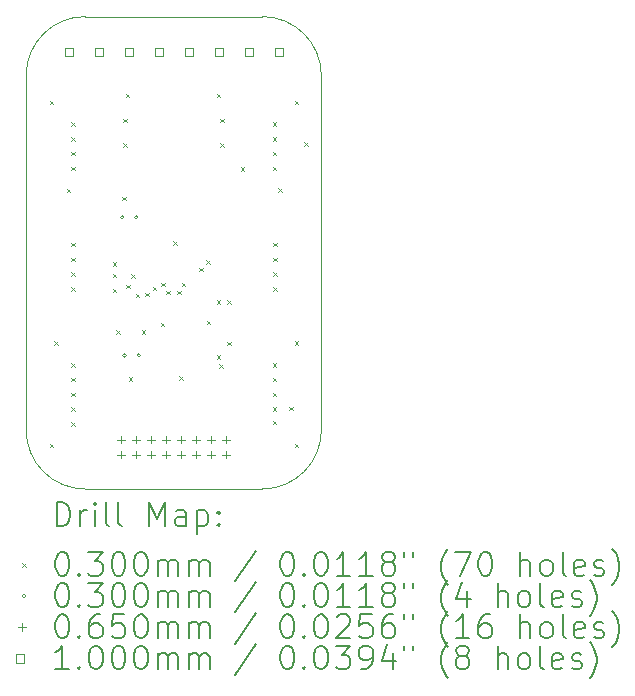
<source format=gbr>
%TF.GenerationSoftware,KiCad,Pcbnew,8.0.1*%
%TF.CreationDate,2024-09-18T22:43:36-06:00*%
%TF.ProjectId,semg,73656d67-2e6b-4696-9361-645f70636258,rev?*%
%TF.SameCoordinates,Original*%
%TF.FileFunction,Drillmap*%
%TF.FilePolarity,Positive*%
%FSLAX45Y45*%
G04 Gerber Fmt 4.5, Leading zero omitted, Abs format (unit mm)*
G04 Created by KiCad (PCBNEW 8.0.1) date 2024-09-18 22:43:36*
%MOMM*%
%LPD*%
G01*
G04 APERTURE LIST*
%ADD10C,0.050000*%
%ADD11C,0.200000*%
%ADD12C,0.100000*%
G04 APERTURE END LIST*
D10*
X5386447Y-1906447D02*
G75*
G02*
X5886447Y-1406447I500003J-3D01*
G01*
X7386447Y-1406447D02*
G75*
G02*
X7886453Y-1906447I3J-500003D01*
G01*
X7386447Y-1406447D02*
X5886447Y-1406447D01*
X5886447Y-5406447D02*
G75*
G02*
X5386453Y-4906447I3J499997D01*
G01*
X7886447Y-4906447D02*
X7886447Y-1906447D01*
X7886447Y-4906447D02*
G75*
G02*
X7386447Y-5406447I-499997J-3D01*
G01*
X5886447Y-5406447D02*
X7386447Y-5406447D01*
X5386447Y-1906447D02*
X5386447Y-4906447D01*
D11*
D12*
X5585000Y-2117500D02*
X5615000Y-2147500D01*
X5615000Y-2117500D02*
X5585000Y-2147500D01*
X5585000Y-5025000D02*
X5615000Y-5055000D01*
X5615000Y-5025000D02*
X5585000Y-5055000D01*
X5624288Y-4155000D02*
X5654288Y-4185000D01*
X5654288Y-4155000D02*
X5624288Y-4185000D01*
X5730000Y-2862500D02*
X5760000Y-2892500D01*
X5760000Y-2862500D02*
X5730000Y-2892500D01*
X5770000Y-2302500D02*
X5800000Y-2332500D01*
X5800000Y-2302500D02*
X5770000Y-2332500D01*
X5770000Y-2427500D02*
X5800000Y-2457500D01*
X5800000Y-2427500D02*
X5770000Y-2457500D01*
X5770000Y-2552500D02*
X5800000Y-2582500D01*
X5800000Y-2552500D02*
X5770000Y-2582500D01*
X5770000Y-2677500D02*
X5800000Y-2707500D01*
X5800000Y-2677500D02*
X5770000Y-2707500D01*
X5770000Y-3322500D02*
X5800000Y-3352500D01*
X5800000Y-3322500D02*
X5770000Y-3352500D01*
X5770000Y-3447500D02*
X5800000Y-3477500D01*
X5800000Y-3447500D02*
X5770000Y-3477500D01*
X5770000Y-3572500D02*
X5800000Y-3602500D01*
X5800000Y-3572500D02*
X5770000Y-3602500D01*
X5770000Y-3697500D02*
X5800000Y-3727500D01*
X5800000Y-3697500D02*
X5770000Y-3727500D01*
X5770000Y-4340000D02*
X5800000Y-4370000D01*
X5800000Y-4340000D02*
X5770000Y-4370000D01*
X5770000Y-4465000D02*
X5800000Y-4495000D01*
X5800000Y-4465000D02*
X5770000Y-4495000D01*
X5770000Y-4590000D02*
X5800000Y-4620000D01*
X5800000Y-4590000D02*
X5770000Y-4620000D01*
X5770000Y-4715000D02*
X5800000Y-4745000D01*
X5800000Y-4715000D02*
X5770000Y-4745000D01*
X5770000Y-4840000D02*
X5800000Y-4870000D01*
X5800000Y-4840000D02*
X5770000Y-4870000D01*
X6120000Y-3487500D02*
X6150000Y-3517500D01*
X6150000Y-3487500D02*
X6120000Y-3517500D01*
X6120000Y-3582500D02*
X6150000Y-3612500D01*
X6150000Y-3582500D02*
X6120000Y-3612500D01*
X6120000Y-3710000D02*
X6150000Y-3740000D01*
X6150000Y-3710000D02*
X6120000Y-3740000D01*
X6150000Y-4060000D02*
X6180000Y-4090000D01*
X6180000Y-4060000D02*
X6150000Y-4090000D01*
X6200000Y-2932500D02*
X6230000Y-2962500D01*
X6230000Y-2932500D02*
X6200000Y-2962500D01*
X6210000Y-2270000D02*
X6240000Y-2300000D01*
X6240000Y-2270000D02*
X6210000Y-2300000D01*
X6210000Y-2480000D02*
X6240000Y-2510000D01*
X6240000Y-2480000D02*
X6210000Y-2510000D01*
X6230000Y-2060000D02*
X6260000Y-2090000D01*
X6260000Y-2060000D02*
X6230000Y-2090000D01*
X6234230Y-3676232D02*
X6264230Y-3706232D01*
X6264230Y-3676232D02*
X6234230Y-3706232D01*
X6255000Y-4460000D02*
X6285000Y-4490000D01*
X6285000Y-4460000D02*
X6255000Y-4490000D01*
X6275000Y-3590000D02*
X6305000Y-3620000D01*
X6305000Y-3590000D02*
X6275000Y-3620000D01*
X6315203Y-3755000D02*
X6345203Y-3785000D01*
X6345203Y-3755000D02*
X6315203Y-3785000D01*
X6365000Y-4060000D02*
X6395000Y-4090000D01*
X6395000Y-4060000D02*
X6365000Y-4090000D01*
X6395000Y-3745000D02*
X6425000Y-3775000D01*
X6425000Y-3745000D02*
X6395000Y-3775000D01*
X6458926Y-3695722D02*
X6488926Y-3725722D01*
X6488926Y-3695722D02*
X6458926Y-3725722D01*
X6525000Y-3998000D02*
X6555000Y-4028000D01*
X6555000Y-3998000D02*
X6525000Y-4028000D01*
X6530000Y-3659000D02*
X6560000Y-3689000D01*
X6560000Y-3659000D02*
X6530000Y-3689000D01*
X6573869Y-3725900D02*
X6603869Y-3755900D01*
X6603869Y-3725900D02*
X6573869Y-3755900D01*
X6630000Y-3310000D02*
X6660000Y-3340000D01*
X6660000Y-3310000D02*
X6630000Y-3340000D01*
X6663908Y-3727640D02*
X6693908Y-3757640D01*
X6693908Y-3727640D02*
X6663908Y-3757640D01*
X6685000Y-4450000D02*
X6715000Y-4480000D01*
X6715000Y-4450000D02*
X6685000Y-4480000D01*
X6705000Y-3659000D02*
X6735000Y-3689000D01*
X6735000Y-3659000D02*
X6705000Y-3689000D01*
X6850000Y-3531458D02*
X6880000Y-3561458D01*
X6880000Y-3531458D02*
X6850000Y-3561458D01*
X6910000Y-3470000D02*
X6940000Y-3500000D01*
X6940000Y-3470000D02*
X6910000Y-3500000D01*
X6915000Y-3982500D02*
X6945000Y-4012500D01*
X6945000Y-3982500D02*
X6915000Y-4012500D01*
X7000000Y-2060000D02*
X7030000Y-2090000D01*
X7030000Y-2060000D02*
X7000000Y-2090000D01*
X7000000Y-3810000D02*
X7030000Y-3840000D01*
X7030000Y-3810000D02*
X7000000Y-3840000D01*
X7002348Y-4273079D02*
X7032348Y-4303079D01*
X7032348Y-4273079D02*
X7002348Y-4303079D01*
X7019719Y-4351171D02*
X7049719Y-4381171D01*
X7049719Y-4351171D02*
X7019719Y-4381171D01*
X7030000Y-2270000D02*
X7060000Y-2300000D01*
X7060000Y-2270000D02*
X7030000Y-2300000D01*
X7030000Y-2480000D02*
X7060000Y-2510000D01*
X7060000Y-2480000D02*
X7030000Y-2510000D01*
X7090000Y-3810000D02*
X7120000Y-3840000D01*
X7120000Y-3810000D02*
X7090000Y-3840000D01*
X7090000Y-4160000D02*
X7120000Y-4190000D01*
X7120000Y-4160000D02*
X7090000Y-4190000D01*
X7205000Y-2681000D02*
X7235000Y-2711000D01*
X7235000Y-2681000D02*
X7205000Y-2711000D01*
X7475000Y-2302500D02*
X7505000Y-2332500D01*
X7505000Y-2302500D02*
X7475000Y-2332500D01*
X7475000Y-2427500D02*
X7505000Y-2457500D01*
X7505000Y-2427500D02*
X7475000Y-2457500D01*
X7475000Y-2552500D02*
X7505000Y-2582500D01*
X7505000Y-2552500D02*
X7475000Y-2582500D01*
X7475000Y-2677500D02*
X7505000Y-2707500D01*
X7505000Y-2677500D02*
X7475000Y-2707500D01*
X7475000Y-4340000D02*
X7505000Y-4370000D01*
X7505000Y-4340000D02*
X7475000Y-4370000D01*
X7475000Y-4465000D02*
X7505000Y-4495000D01*
X7505000Y-4465000D02*
X7475000Y-4495000D01*
X7475000Y-4590000D02*
X7505000Y-4620000D01*
X7505000Y-4590000D02*
X7475000Y-4620000D01*
X7475000Y-4715000D02*
X7505000Y-4745000D01*
X7505000Y-4715000D02*
X7475000Y-4745000D01*
X7475000Y-4830000D02*
X7505000Y-4860000D01*
X7505000Y-4830000D02*
X7475000Y-4860000D01*
X7480000Y-3322500D02*
X7510000Y-3352500D01*
X7510000Y-3322500D02*
X7480000Y-3352500D01*
X7480000Y-3447500D02*
X7510000Y-3477500D01*
X7510000Y-3447500D02*
X7480000Y-3477500D01*
X7480000Y-3572500D02*
X7510000Y-3602500D01*
X7510000Y-3572500D02*
X7480000Y-3602500D01*
X7480000Y-3697500D02*
X7510000Y-3727500D01*
X7510000Y-3697500D02*
X7480000Y-3727500D01*
X7520000Y-2860000D02*
X7550000Y-2890000D01*
X7550000Y-2860000D02*
X7520000Y-2890000D01*
X7615000Y-4710000D02*
X7645000Y-4740000D01*
X7645000Y-4710000D02*
X7615000Y-4740000D01*
X7660000Y-2117500D02*
X7690000Y-2147500D01*
X7690000Y-2117500D02*
X7660000Y-2147500D01*
X7660000Y-4155000D02*
X7690000Y-4185000D01*
X7690000Y-4155000D02*
X7660000Y-4185000D01*
X7660000Y-5025000D02*
X7690000Y-5055000D01*
X7690000Y-5025000D02*
X7660000Y-5055000D01*
X7740000Y-2470000D02*
X7770000Y-2500000D01*
X7770000Y-2470000D02*
X7740000Y-2500000D01*
X6215000Y-3105000D02*
G75*
G02*
X6185000Y-3105000I-15000J0D01*
G01*
X6185000Y-3105000D02*
G75*
G02*
X6215000Y-3105000I15000J0D01*
G01*
X6235000Y-4275000D02*
G75*
G02*
X6205000Y-4275000I-15000J0D01*
G01*
X6205000Y-4275000D02*
G75*
G02*
X6235000Y-4275000I15000J0D01*
G01*
X6335000Y-3105000D02*
G75*
G02*
X6305000Y-3105000I-15000J0D01*
G01*
X6305000Y-3105000D02*
G75*
G02*
X6335000Y-3105000I15000J0D01*
G01*
X6355000Y-4275000D02*
G75*
G02*
X6325000Y-4275000I-15000J0D01*
G01*
X6325000Y-4275000D02*
G75*
G02*
X6355000Y-4275000I15000J0D01*
G01*
X6192000Y-4955000D02*
X6192000Y-5020000D01*
X6159500Y-4987500D02*
X6224500Y-4987500D01*
X6192000Y-5082000D02*
X6192000Y-5147000D01*
X6159500Y-5114500D02*
X6224500Y-5114500D01*
X6319000Y-4955000D02*
X6319000Y-5020000D01*
X6286500Y-4987500D02*
X6351500Y-4987500D01*
X6319000Y-5082000D02*
X6319000Y-5147000D01*
X6286500Y-5114500D02*
X6351500Y-5114500D01*
X6446000Y-4955000D02*
X6446000Y-5020000D01*
X6413500Y-4987500D02*
X6478500Y-4987500D01*
X6446000Y-5082000D02*
X6446000Y-5147000D01*
X6413500Y-5114500D02*
X6478500Y-5114500D01*
X6573000Y-4955000D02*
X6573000Y-5020000D01*
X6540500Y-4987500D02*
X6605500Y-4987500D01*
X6573000Y-5082000D02*
X6573000Y-5147000D01*
X6540500Y-5114500D02*
X6605500Y-5114500D01*
X6700000Y-4955000D02*
X6700000Y-5020000D01*
X6667500Y-4987500D02*
X6732500Y-4987500D01*
X6700000Y-5082000D02*
X6700000Y-5147000D01*
X6667500Y-5114500D02*
X6732500Y-5114500D01*
X6827000Y-4955000D02*
X6827000Y-5020000D01*
X6794500Y-4987500D02*
X6859500Y-4987500D01*
X6827000Y-5082000D02*
X6827000Y-5147000D01*
X6794500Y-5114500D02*
X6859500Y-5114500D01*
X6954000Y-4955000D02*
X6954000Y-5020000D01*
X6921500Y-4987500D02*
X6986500Y-4987500D01*
X6954000Y-5082000D02*
X6954000Y-5147000D01*
X6921500Y-5114500D02*
X6986500Y-5114500D01*
X7081000Y-4955000D02*
X7081000Y-5020000D01*
X7048500Y-4987500D02*
X7113500Y-4987500D01*
X7081000Y-5082000D02*
X7081000Y-5147000D01*
X7048500Y-5114500D02*
X7113500Y-5114500D01*
X5782356Y-1740356D02*
X5782356Y-1669644D01*
X5711644Y-1669644D01*
X5711644Y-1740356D01*
X5782356Y-1740356D01*
X6036356Y-1740356D02*
X6036356Y-1669644D01*
X5965644Y-1669644D01*
X5965644Y-1740356D01*
X6036356Y-1740356D01*
X6290356Y-1740356D02*
X6290356Y-1669644D01*
X6219644Y-1669644D01*
X6219644Y-1740356D01*
X6290356Y-1740356D01*
X6544356Y-1740356D02*
X6544356Y-1669644D01*
X6473644Y-1669644D01*
X6473644Y-1740356D01*
X6544356Y-1740356D01*
X6798356Y-1740356D02*
X6798356Y-1669644D01*
X6727644Y-1669644D01*
X6727644Y-1740356D01*
X6798356Y-1740356D01*
X7052356Y-1740356D02*
X7052356Y-1669644D01*
X6981644Y-1669644D01*
X6981644Y-1740356D01*
X7052356Y-1740356D01*
X7306356Y-1740356D02*
X7306356Y-1669644D01*
X7235644Y-1669644D01*
X7235644Y-1740356D01*
X7306356Y-1740356D01*
X7560356Y-1740356D02*
X7560356Y-1669644D01*
X7489644Y-1669644D01*
X7489644Y-1740356D01*
X7560356Y-1740356D01*
D11*
X5644723Y-5720430D02*
X5644723Y-5520430D01*
X5644723Y-5520430D02*
X5692342Y-5520430D01*
X5692342Y-5520430D02*
X5720914Y-5529954D01*
X5720914Y-5529954D02*
X5739961Y-5549002D01*
X5739961Y-5549002D02*
X5749485Y-5568049D01*
X5749485Y-5568049D02*
X5759009Y-5606145D01*
X5759009Y-5606145D02*
X5759009Y-5634716D01*
X5759009Y-5634716D02*
X5749485Y-5672811D01*
X5749485Y-5672811D02*
X5739961Y-5691859D01*
X5739961Y-5691859D02*
X5720914Y-5710907D01*
X5720914Y-5710907D02*
X5692342Y-5720430D01*
X5692342Y-5720430D02*
X5644723Y-5720430D01*
X5844723Y-5720430D02*
X5844723Y-5587097D01*
X5844723Y-5625192D02*
X5854247Y-5606145D01*
X5854247Y-5606145D02*
X5863771Y-5596621D01*
X5863771Y-5596621D02*
X5882819Y-5587097D01*
X5882819Y-5587097D02*
X5901866Y-5587097D01*
X5968533Y-5720430D02*
X5968533Y-5587097D01*
X5968533Y-5520430D02*
X5959009Y-5529954D01*
X5959009Y-5529954D02*
X5968533Y-5539478D01*
X5968533Y-5539478D02*
X5978057Y-5529954D01*
X5978057Y-5529954D02*
X5968533Y-5520430D01*
X5968533Y-5520430D02*
X5968533Y-5539478D01*
X6092342Y-5720430D02*
X6073295Y-5710907D01*
X6073295Y-5710907D02*
X6063771Y-5691859D01*
X6063771Y-5691859D02*
X6063771Y-5520430D01*
X6197104Y-5720430D02*
X6178057Y-5710907D01*
X6178057Y-5710907D02*
X6168533Y-5691859D01*
X6168533Y-5691859D02*
X6168533Y-5520430D01*
X6425676Y-5720430D02*
X6425676Y-5520430D01*
X6425676Y-5520430D02*
X6492342Y-5663287D01*
X6492342Y-5663287D02*
X6559009Y-5520430D01*
X6559009Y-5520430D02*
X6559009Y-5720430D01*
X6739961Y-5720430D02*
X6739961Y-5615668D01*
X6739961Y-5615668D02*
X6730438Y-5596621D01*
X6730438Y-5596621D02*
X6711390Y-5587097D01*
X6711390Y-5587097D02*
X6673295Y-5587097D01*
X6673295Y-5587097D02*
X6654247Y-5596621D01*
X6739961Y-5710907D02*
X6720914Y-5720430D01*
X6720914Y-5720430D02*
X6673295Y-5720430D01*
X6673295Y-5720430D02*
X6654247Y-5710907D01*
X6654247Y-5710907D02*
X6644723Y-5691859D01*
X6644723Y-5691859D02*
X6644723Y-5672811D01*
X6644723Y-5672811D02*
X6654247Y-5653764D01*
X6654247Y-5653764D02*
X6673295Y-5644240D01*
X6673295Y-5644240D02*
X6720914Y-5644240D01*
X6720914Y-5644240D02*
X6739961Y-5634716D01*
X6835200Y-5587097D02*
X6835200Y-5787097D01*
X6835200Y-5596621D02*
X6854247Y-5587097D01*
X6854247Y-5587097D02*
X6892342Y-5587097D01*
X6892342Y-5587097D02*
X6911390Y-5596621D01*
X6911390Y-5596621D02*
X6920914Y-5606145D01*
X6920914Y-5606145D02*
X6930438Y-5625192D01*
X6930438Y-5625192D02*
X6930438Y-5682335D01*
X6930438Y-5682335D02*
X6920914Y-5701383D01*
X6920914Y-5701383D02*
X6911390Y-5710907D01*
X6911390Y-5710907D02*
X6892342Y-5720430D01*
X6892342Y-5720430D02*
X6854247Y-5720430D01*
X6854247Y-5720430D02*
X6835200Y-5710907D01*
X7016152Y-5701383D02*
X7025676Y-5710907D01*
X7025676Y-5710907D02*
X7016152Y-5720430D01*
X7016152Y-5720430D02*
X7006628Y-5710907D01*
X7006628Y-5710907D02*
X7016152Y-5701383D01*
X7016152Y-5701383D02*
X7016152Y-5720430D01*
X7016152Y-5596621D02*
X7025676Y-5606145D01*
X7025676Y-5606145D02*
X7016152Y-5615668D01*
X7016152Y-5615668D02*
X7006628Y-5606145D01*
X7006628Y-5606145D02*
X7016152Y-5596621D01*
X7016152Y-5596621D02*
X7016152Y-5615668D01*
D12*
X5353947Y-6033947D02*
X5383947Y-6063947D01*
X5383947Y-6033947D02*
X5353947Y-6063947D01*
D11*
X5682819Y-5940430D02*
X5701866Y-5940430D01*
X5701866Y-5940430D02*
X5720914Y-5949954D01*
X5720914Y-5949954D02*
X5730438Y-5959478D01*
X5730438Y-5959478D02*
X5739961Y-5978526D01*
X5739961Y-5978526D02*
X5749485Y-6016621D01*
X5749485Y-6016621D02*
X5749485Y-6064240D01*
X5749485Y-6064240D02*
X5739961Y-6102335D01*
X5739961Y-6102335D02*
X5730438Y-6121383D01*
X5730438Y-6121383D02*
X5720914Y-6130907D01*
X5720914Y-6130907D02*
X5701866Y-6140430D01*
X5701866Y-6140430D02*
X5682819Y-6140430D01*
X5682819Y-6140430D02*
X5663771Y-6130907D01*
X5663771Y-6130907D02*
X5654247Y-6121383D01*
X5654247Y-6121383D02*
X5644723Y-6102335D01*
X5644723Y-6102335D02*
X5635200Y-6064240D01*
X5635200Y-6064240D02*
X5635200Y-6016621D01*
X5635200Y-6016621D02*
X5644723Y-5978526D01*
X5644723Y-5978526D02*
X5654247Y-5959478D01*
X5654247Y-5959478D02*
X5663771Y-5949954D01*
X5663771Y-5949954D02*
X5682819Y-5940430D01*
X5835200Y-6121383D02*
X5844723Y-6130907D01*
X5844723Y-6130907D02*
X5835200Y-6140430D01*
X5835200Y-6140430D02*
X5825676Y-6130907D01*
X5825676Y-6130907D02*
X5835200Y-6121383D01*
X5835200Y-6121383D02*
X5835200Y-6140430D01*
X5911390Y-5940430D02*
X6035200Y-5940430D01*
X6035200Y-5940430D02*
X5968533Y-6016621D01*
X5968533Y-6016621D02*
X5997104Y-6016621D01*
X5997104Y-6016621D02*
X6016152Y-6026145D01*
X6016152Y-6026145D02*
X6025676Y-6035668D01*
X6025676Y-6035668D02*
X6035200Y-6054716D01*
X6035200Y-6054716D02*
X6035200Y-6102335D01*
X6035200Y-6102335D02*
X6025676Y-6121383D01*
X6025676Y-6121383D02*
X6016152Y-6130907D01*
X6016152Y-6130907D02*
X5997104Y-6140430D01*
X5997104Y-6140430D02*
X5939961Y-6140430D01*
X5939961Y-6140430D02*
X5920914Y-6130907D01*
X5920914Y-6130907D02*
X5911390Y-6121383D01*
X6159009Y-5940430D02*
X6178057Y-5940430D01*
X6178057Y-5940430D02*
X6197104Y-5949954D01*
X6197104Y-5949954D02*
X6206628Y-5959478D01*
X6206628Y-5959478D02*
X6216152Y-5978526D01*
X6216152Y-5978526D02*
X6225676Y-6016621D01*
X6225676Y-6016621D02*
X6225676Y-6064240D01*
X6225676Y-6064240D02*
X6216152Y-6102335D01*
X6216152Y-6102335D02*
X6206628Y-6121383D01*
X6206628Y-6121383D02*
X6197104Y-6130907D01*
X6197104Y-6130907D02*
X6178057Y-6140430D01*
X6178057Y-6140430D02*
X6159009Y-6140430D01*
X6159009Y-6140430D02*
X6139961Y-6130907D01*
X6139961Y-6130907D02*
X6130438Y-6121383D01*
X6130438Y-6121383D02*
X6120914Y-6102335D01*
X6120914Y-6102335D02*
X6111390Y-6064240D01*
X6111390Y-6064240D02*
X6111390Y-6016621D01*
X6111390Y-6016621D02*
X6120914Y-5978526D01*
X6120914Y-5978526D02*
X6130438Y-5959478D01*
X6130438Y-5959478D02*
X6139961Y-5949954D01*
X6139961Y-5949954D02*
X6159009Y-5940430D01*
X6349485Y-5940430D02*
X6368533Y-5940430D01*
X6368533Y-5940430D02*
X6387581Y-5949954D01*
X6387581Y-5949954D02*
X6397104Y-5959478D01*
X6397104Y-5959478D02*
X6406628Y-5978526D01*
X6406628Y-5978526D02*
X6416152Y-6016621D01*
X6416152Y-6016621D02*
X6416152Y-6064240D01*
X6416152Y-6064240D02*
X6406628Y-6102335D01*
X6406628Y-6102335D02*
X6397104Y-6121383D01*
X6397104Y-6121383D02*
X6387581Y-6130907D01*
X6387581Y-6130907D02*
X6368533Y-6140430D01*
X6368533Y-6140430D02*
X6349485Y-6140430D01*
X6349485Y-6140430D02*
X6330438Y-6130907D01*
X6330438Y-6130907D02*
X6320914Y-6121383D01*
X6320914Y-6121383D02*
X6311390Y-6102335D01*
X6311390Y-6102335D02*
X6301866Y-6064240D01*
X6301866Y-6064240D02*
X6301866Y-6016621D01*
X6301866Y-6016621D02*
X6311390Y-5978526D01*
X6311390Y-5978526D02*
X6320914Y-5959478D01*
X6320914Y-5959478D02*
X6330438Y-5949954D01*
X6330438Y-5949954D02*
X6349485Y-5940430D01*
X6501866Y-6140430D02*
X6501866Y-6007097D01*
X6501866Y-6026145D02*
X6511390Y-6016621D01*
X6511390Y-6016621D02*
X6530438Y-6007097D01*
X6530438Y-6007097D02*
X6559009Y-6007097D01*
X6559009Y-6007097D02*
X6578057Y-6016621D01*
X6578057Y-6016621D02*
X6587581Y-6035668D01*
X6587581Y-6035668D02*
X6587581Y-6140430D01*
X6587581Y-6035668D02*
X6597104Y-6016621D01*
X6597104Y-6016621D02*
X6616152Y-6007097D01*
X6616152Y-6007097D02*
X6644723Y-6007097D01*
X6644723Y-6007097D02*
X6663771Y-6016621D01*
X6663771Y-6016621D02*
X6673295Y-6035668D01*
X6673295Y-6035668D02*
X6673295Y-6140430D01*
X6768533Y-6140430D02*
X6768533Y-6007097D01*
X6768533Y-6026145D02*
X6778057Y-6016621D01*
X6778057Y-6016621D02*
X6797104Y-6007097D01*
X6797104Y-6007097D02*
X6825676Y-6007097D01*
X6825676Y-6007097D02*
X6844723Y-6016621D01*
X6844723Y-6016621D02*
X6854247Y-6035668D01*
X6854247Y-6035668D02*
X6854247Y-6140430D01*
X6854247Y-6035668D02*
X6863771Y-6016621D01*
X6863771Y-6016621D02*
X6882819Y-6007097D01*
X6882819Y-6007097D02*
X6911390Y-6007097D01*
X6911390Y-6007097D02*
X6930438Y-6016621D01*
X6930438Y-6016621D02*
X6939962Y-6035668D01*
X6939962Y-6035668D02*
X6939962Y-6140430D01*
X7330438Y-5930907D02*
X7159009Y-6188049D01*
X7587581Y-5940430D02*
X7606628Y-5940430D01*
X7606628Y-5940430D02*
X7625676Y-5949954D01*
X7625676Y-5949954D02*
X7635200Y-5959478D01*
X7635200Y-5959478D02*
X7644724Y-5978526D01*
X7644724Y-5978526D02*
X7654247Y-6016621D01*
X7654247Y-6016621D02*
X7654247Y-6064240D01*
X7654247Y-6064240D02*
X7644724Y-6102335D01*
X7644724Y-6102335D02*
X7635200Y-6121383D01*
X7635200Y-6121383D02*
X7625676Y-6130907D01*
X7625676Y-6130907D02*
X7606628Y-6140430D01*
X7606628Y-6140430D02*
X7587581Y-6140430D01*
X7587581Y-6140430D02*
X7568533Y-6130907D01*
X7568533Y-6130907D02*
X7559009Y-6121383D01*
X7559009Y-6121383D02*
X7549485Y-6102335D01*
X7549485Y-6102335D02*
X7539962Y-6064240D01*
X7539962Y-6064240D02*
X7539962Y-6016621D01*
X7539962Y-6016621D02*
X7549485Y-5978526D01*
X7549485Y-5978526D02*
X7559009Y-5959478D01*
X7559009Y-5959478D02*
X7568533Y-5949954D01*
X7568533Y-5949954D02*
X7587581Y-5940430D01*
X7739962Y-6121383D02*
X7749485Y-6130907D01*
X7749485Y-6130907D02*
X7739962Y-6140430D01*
X7739962Y-6140430D02*
X7730438Y-6130907D01*
X7730438Y-6130907D02*
X7739962Y-6121383D01*
X7739962Y-6121383D02*
X7739962Y-6140430D01*
X7873295Y-5940430D02*
X7892343Y-5940430D01*
X7892343Y-5940430D02*
X7911390Y-5949954D01*
X7911390Y-5949954D02*
X7920914Y-5959478D01*
X7920914Y-5959478D02*
X7930438Y-5978526D01*
X7930438Y-5978526D02*
X7939962Y-6016621D01*
X7939962Y-6016621D02*
X7939962Y-6064240D01*
X7939962Y-6064240D02*
X7930438Y-6102335D01*
X7930438Y-6102335D02*
X7920914Y-6121383D01*
X7920914Y-6121383D02*
X7911390Y-6130907D01*
X7911390Y-6130907D02*
X7892343Y-6140430D01*
X7892343Y-6140430D02*
X7873295Y-6140430D01*
X7873295Y-6140430D02*
X7854247Y-6130907D01*
X7854247Y-6130907D02*
X7844724Y-6121383D01*
X7844724Y-6121383D02*
X7835200Y-6102335D01*
X7835200Y-6102335D02*
X7825676Y-6064240D01*
X7825676Y-6064240D02*
X7825676Y-6016621D01*
X7825676Y-6016621D02*
X7835200Y-5978526D01*
X7835200Y-5978526D02*
X7844724Y-5959478D01*
X7844724Y-5959478D02*
X7854247Y-5949954D01*
X7854247Y-5949954D02*
X7873295Y-5940430D01*
X8130438Y-6140430D02*
X8016152Y-6140430D01*
X8073295Y-6140430D02*
X8073295Y-5940430D01*
X8073295Y-5940430D02*
X8054247Y-5969002D01*
X8054247Y-5969002D02*
X8035200Y-5988049D01*
X8035200Y-5988049D02*
X8016152Y-5997573D01*
X8320914Y-6140430D02*
X8206628Y-6140430D01*
X8263771Y-6140430D02*
X8263771Y-5940430D01*
X8263771Y-5940430D02*
X8244724Y-5969002D01*
X8244724Y-5969002D02*
X8225676Y-5988049D01*
X8225676Y-5988049D02*
X8206628Y-5997573D01*
X8435200Y-6026145D02*
X8416152Y-6016621D01*
X8416152Y-6016621D02*
X8406628Y-6007097D01*
X8406628Y-6007097D02*
X8397105Y-5988049D01*
X8397105Y-5988049D02*
X8397105Y-5978526D01*
X8397105Y-5978526D02*
X8406628Y-5959478D01*
X8406628Y-5959478D02*
X8416152Y-5949954D01*
X8416152Y-5949954D02*
X8435200Y-5940430D01*
X8435200Y-5940430D02*
X8473295Y-5940430D01*
X8473295Y-5940430D02*
X8492343Y-5949954D01*
X8492343Y-5949954D02*
X8501867Y-5959478D01*
X8501867Y-5959478D02*
X8511390Y-5978526D01*
X8511390Y-5978526D02*
X8511390Y-5988049D01*
X8511390Y-5988049D02*
X8501867Y-6007097D01*
X8501867Y-6007097D02*
X8492343Y-6016621D01*
X8492343Y-6016621D02*
X8473295Y-6026145D01*
X8473295Y-6026145D02*
X8435200Y-6026145D01*
X8435200Y-6026145D02*
X8416152Y-6035668D01*
X8416152Y-6035668D02*
X8406628Y-6045192D01*
X8406628Y-6045192D02*
X8397105Y-6064240D01*
X8397105Y-6064240D02*
X8397105Y-6102335D01*
X8397105Y-6102335D02*
X8406628Y-6121383D01*
X8406628Y-6121383D02*
X8416152Y-6130907D01*
X8416152Y-6130907D02*
X8435200Y-6140430D01*
X8435200Y-6140430D02*
X8473295Y-6140430D01*
X8473295Y-6140430D02*
X8492343Y-6130907D01*
X8492343Y-6130907D02*
X8501867Y-6121383D01*
X8501867Y-6121383D02*
X8511390Y-6102335D01*
X8511390Y-6102335D02*
X8511390Y-6064240D01*
X8511390Y-6064240D02*
X8501867Y-6045192D01*
X8501867Y-6045192D02*
X8492343Y-6035668D01*
X8492343Y-6035668D02*
X8473295Y-6026145D01*
X8587581Y-5940430D02*
X8587581Y-5978526D01*
X8663771Y-5940430D02*
X8663771Y-5978526D01*
X8959010Y-6216621D02*
X8949486Y-6207097D01*
X8949486Y-6207097D02*
X8930438Y-6178526D01*
X8930438Y-6178526D02*
X8920914Y-6159478D01*
X8920914Y-6159478D02*
X8911390Y-6130907D01*
X8911390Y-6130907D02*
X8901867Y-6083287D01*
X8901867Y-6083287D02*
X8901867Y-6045192D01*
X8901867Y-6045192D02*
X8911390Y-5997573D01*
X8911390Y-5997573D02*
X8920914Y-5969002D01*
X8920914Y-5969002D02*
X8930438Y-5949954D01*
X8930438Y-5949954D02*
X8949486Y-5921383D01*
X8949486Y-5921383D02*
X8959010Y-5911859D01*
X9016152Y-5940430D02*
X9149486Y-5940430D01*
X9149486Y-5940430D02*
X9063771Y-6140430D01*
X9263771Y-5940430D02*
X9282819Y-5940430D01*
X9282819Y-5940430D02*
X9301867Y-5949954D01*
X9301867Y-5949954D02*
X9311390Y-5959478D01*
X9311390Y-5959478D02*
X9320914Y-5978526D01*
X9320914Y-5978526D02*
X9330438Y-6016621D01*
X9330438Y-6016621D02*
X9330438Y-6064240D01*
X9330438Y-6064240D02*
X9320914Y-6102335D01*
X9320914Y-6102335D02*
X9311390Y-6121383D01*
X9311390Y-6121383D02*
X9301867Y-6130907D01*
X9301867Y-6130907D02*
X9282819Y-6140430D01*
X9282819Y-6140430D02*
X9263771Y-6140430D01*
X9263771Y-6140430D02*
X9244724Y-6130907D01*
X9244724Y-6130907D02*
X9235200Y-6121383D01*
X9235200Y-6121383D02*
X9225676Y-6102335D01*
X9225676Y-6102335D02*
X9216152Y-6064240D01*
X9216152Y-6064240D02*
X9216152Y-6016621D01*
X9216152Y-6016621D02*
X9225676Y-5978526D01*
X9225676Y-5978526D02*
X9235200Y-5959478D01*
X9235200Y-5959478D02*
X9244724Y-5949954D01*
X9244724Y-5949954D02*
X9263771Y-5940430D01*
X9568533Y-6140430D02*
X9568533Y-5940430D01*
X9654248Y-6140430D02*
X9654248Y-6035668D01*
X9654248Y-6035668D02*
X9644724Y-6016621D01*
X9644724Y-6016621D02*
X9625676Y-6007097D01*
X9625676Y-6007097D02*
X9597105Y-6007097D01*
X9597105Y-6007097D02*
X9578057Y-6016621D01*
X9578057Y-6016621D02*
X9568533Y-6026145D01*
X9778057Y-6140430D02*
X9759010Y-6130907D01*
X9759010Y-6130907D02*
X9749486Y-6121383D01*
X9749486Y-6121383D02*
X9739962Y-6102335D01*
X9739962Y-6102335D02*
X9739962Y-6045192D01*
X9739962Y-6045192D02*
X9749486Y-6026145D01*
X9749486Y-6026145D02*
X9759010Y-6016621D01*
X9759010Y-6016621D02*
X9778057Y-6007097D01*
X9778057Y-6007097D02*
X9806629Y-6007097D01*
X9806629Y-6007097D02*
X9825676Y-6016621D01*
X9825676Y-6016621D02*
X9835200Y-6026145D01*
X9835200Y-6026145D02*
X9844724Y-6045192D01*
X9844724Y-6045192D02*
X9844724Y-6102335D01*
X9844724Y-6102335D02*
X9835200Y-6121383D01*
X9835200Y-6121383D02*
X9825676Y-6130907D01*
X9825676Y-6130907D02*
X9806629Y-6140430D01*
X9806629Y-6140430D02*
X9778057Y-6140430D01*
X9959010Y-6140430D02*
X9939962Y-6130907D01*
X9939962Y-6130907D02*
X9930438Y-6111859D01*
X9930438Y-6111859D02*
X9930438Y-5940430D01*
X10111391Y-6130907D02*
X10092343Y-6140430D01*
X10092343Y-6140430D02*
X10054248Y-6140430D01*
X10054248Y-6140430D02*
X10035200Y-6130907D01*
X10035200Y-6130907D02*
X10025676Y-6111859D01*
X10025676Y-6111859D02*
X10025676Y-6035668D01*
X10025676Y-6035668D02*
X10035200Y-6016621D01*
X10035200Y-6016621D02*
X10054248Y-6007097D01*
X10054248Y-6007097D02*
X10092343Y-6007097D01*
X10092343Y-6007097D02*
X10111391Y-6016621D01*
X10111391Y-6016621D02*
X10120914Y-6035668D01*
X10120914Y-6035668D02*
X10120914Y-6054716D01*
X10120914Y-6054716D02*
X10025676Y-6073764D01*
X10197105Y-6130907D02*
X10216152Y-6140430D01*
X10216152Y-6140430D02*
X10254248Y-6140430D01*
X10254248Y-6140430D02*
X10273295Y-6130907D01*
X10273295Y-6130907D02*
X10282819Y-6111859D01*
X10282819Y-6111859D02*
X10282819Y-6102335D01*
X10282819Y-6102335D02*
X10273295Y-6083287D01*
X10273295Y-6083287D02*
X10254248Y-6073764D01*
X10254248Y-6073764D02*
X10225676Y-6073764D01*
X10225676Y-6073764D02*
X10206629Y-6064240D01*
X10206629Y-6064240D02*
X10197105Y-6045192D01*
X10197105Y-6045192D02*
X10197105Y-6035668D01*
X10197105Y-6035668D02*
X10206629Y-6016621D01*
X10206629Y-6016621D02*
X10225676Y-6007097D01*
X10225676Y-6007097D02*
X10254248Y-6007097D01*
X10254248Y-6007097D02*
X10273295Y-6016621D01*
X10349486Y-6216621D02*
X10359010Y-6207097D01*
X10359010Y-6207097D02*
X10378057Y-6178526D01*
X10378057Y-6178526D02*
X10387581Y-6159478D01*
X10387581Y-6159478D02*
X10397105Y-6130907D01*
X10397105Y-6130907D02*
X10406629Y-6083287D01*
X10406629Y-6083287D02*
X10406629Y-6045192D01*
X10406629Y-6045192D02*
X10397105Y-5997573D01*
X10397105Y-5997573D02*
X10387581Y-5969002D01*
X10387581Y-5969002D02*
X10378057Y-5949954D01*
X10378057Y-5949954D02*
X10359010Y-5921383D01*
X10359010Y-5921383D02*
X10349486Y-5911859D01*
D12*
X5383947Y-6312947D02*
G75*
G02*
X5353947Y-6312947I-15000J0D01*
G01*
X5353947Y-6312947D02*
G75*
G02*
X5383947Y-6312947I15000J0D01*
G01*
D11*
X5682819Y-6204430D02*
X5701866Y-6204430D01*
X5701866Y-6204430D02*
X5720914Y-6213954D01*
X5720914Y-6213954D02*
X5730438Y-6223478D01*
X5730438Y-6223478D02*
X5739961Y-6242526D01*
X5739961Y-6242526D02*
X5749485Y-6280621D01*
X5749485Y-6280621D02*
X5749485Y-6328240D01*
X5749485Y-6328240D02*
X5739961Y-6366335D01*
X5739961Y-6366335D02*
X5730438Y-6385383D01*
X5730438Y-6385383D02*
X5720914Y-6394907D01*
X5720914Y-6394907D02*
X5701866Y-6404430D01*
X5701866Y-6404430D02*
X5682819Y-6404430D01*
X5682819Y-6404430D02*
X5663771Y-6394907D01*
X5663771Y-6394907D02*
X5654247Y-6385383D01*
X5654247Y-6385383D02*
X5644723Y-6366335D01*
X5644723Y-6366335D02*
X5635200Y-6328240D01*
X5635200Y-6328240D02*
X5635200Y-6280621D01*
X5635200Y-6280621D02*
X5644723Y-6242526D01*
X5644723Y-6242526D02*
X5654247Y-6223478D01*
X5654247Y-6223478D02*
X5663771Y-6213954D01*
X5663771Y-6213954D02*
X5682819Y-6204430D01*
X5835200Y-6385383D02*
X5844723Y-6394907D01*
X5844723Y-6394907D02*
X5835200Y-6404430D01*
X5835200Y-6404430D02*
X5825676Y-6394907D01*
X5825676Y-6394907D02*
X5835200Y-6385383D01*
X5835200Y-6385383D02*
X5835200Y-6404430D01*
X5911390Y-6204430D02*
X6035200Y-6204430D01*
X6035200Y-6204430D02*
X5968533Y-6280621D01*
X5968533Y-6280621D02*
X5997104Y-6280621D01*
X5997104Y-6280621D02*
X6016152Y-6290145D01*
X6016152Y-6290145D02*
X6025676Y-6299668D01*
X6025676Y-6299668D02*
X6035200Y-6318716D01*
X6035200Y-6318716D02*
X6035200Y-6366335D01*
X6035200Y-6366335D02*
X6025676Y-6385383D01*
X6025676Y-6385383D02*
X6016152Y-6394907D01*
X6016152Y-6394907D02*
X5997104Y-6404430D01*
X5997104Y-6404430D02*
X5939961Y-6404430D01*
X5939961Y-6404430D02*
X5920914Y-6394907D01*
X5920914Y-6394907D02*
X5911390Y-6385383D01*
X6159009Y-6204430D02*
X6178057Y-6204430D01*
X6178057Y-6204430D02*
X6197104Y-6213954D01*
X6197104Y-6213954D02*
X6206628Y-6223478D01*
X6206628Y-6223478D02*
X6216152Y-6242526D01*
X6216152Y-6242526D02*
X6225676Y-6280621D01*
X6225676Y-6280621D02*
X6225676Y-6328240D01*
X6225676Y-6328240D02*
X6216152Y-6366335D01*
X6216152Y-6366335D02*
X6206628Y-6385383D01*
X6206628Y-6385383D02*
X6197104Y-6394907D01*
X6197104Y-6394907D02*
X6178057Y-6404430D01*
X6178057Y-6404430D02*
X6159009Y-6404430D01*
X6159009Y-6404430D02*
X6139961Y-6394907D01*
X6139961Y-6394907D02*
X6130438Y-6385383D01*
X6130438Y-6385383D02*
X6120914Y-6366335D01*
X6120914Y-6366335D02*
X6111390Y-6328240D01*
X6111390Y-6328240D02*
X6111390Y-6280621D01*
X6111390Y-6280621D02*
X6120914Y-6242526D01*
X6120914Y-6242526D02*
X6130438Y-6223478D01*
X6130438Y-6223478D02*
X6139961Y-6213954D01*
X6139961Y-6213954D02*
X6159009Y-6204430D01*
X6349485Y-6204430D02*
X6368533Y-6204430D01*
X6368533Y-6204430D02*
X6387581Y-6213954D01*
X6387581Y-6213954D02*
X6397104Y-6223478D01*
X6397104Y-6223478D02*
X6406628Y-6242526D01*
X6406628Y-6242526D02*
X6416152Y-6280621D01*
X6416152Y-6280621D02*
X6416152Y-6328240D01*
X6416152Y-6328240D02*
X6406628Y-6366335D01*
X6406628Y-6366335D02*
X6397104Y-6385383D01*
X6397104Y-6385383D02*
X6387581Y-6394907D01*
X6387581Y-6394907D02*
X6368533Y-6404430D01*
X6368533Y-6404430D02*
X6349485Y-6404430D01*
X6349485Y-6404430D02*
X6330438Y-6394907D01*
X6330438Y-6394907D02*
X6320914Y-6385383D01*
X6320914Y-6385383D02*
X6311390Y-6366335D01*
X6311390Y-6366335D02*
X6301866Y-6328240D01*
X6301866Y-6328240D02*
X6301866Y-6280621D01*
X6301866Y-6280621D02*
X6311390Y-6242526D01*
X6311390Y-6242526D02*
X6320914Y-6223478D01*
X6320914Y-6223478D02*
X6330438Y-6213954D01*
X6330438Y-6213954D02*
X6349485Y-6204430D01*
X6501866Y-6404430D02*
X6501866Y-6271097D01*
X6501866Y-6290145D02*
X6511390Y-6280621D01*
X6511390Y-6280621D02*
X6530438Y-6271097D01*
X6530438Y-6271097D02*
X6559009Y-6271097D01*
X6559009Y-6271097D02*
X6578057Y-6280621D01*
X6578057Y-6280621D02*
X6587581Y-6299668D01*
X6587581Y-6299668D02*
X6587581Y-6404430D01*
X6587581Y-6299668D02*
X6597104Y-6280621D01*
X6597104Y-6280621D02*
X6616152Y-6271097D01*
X6616152Y-6271097D02*
X6644723Y-6271097D01*
X6644723Y-6271097D02*
X6663771Y-6280621D01*
X6663771Y-6280621D02*
X6673295Y-6299668D01*
X6673295Y-6299668D02*
X6673295Y-6404430D01*
X6768533Y-6404430D02*
X6768533Y-6271097D01*
X6768533Y-6290145D02*
X6778057Y-6280621D01*
X6778057Y-6280621D02*
X6797104Y-6271097D01*
X6797104Y-6271097D02*
X6825676Y-6271097D01*
X6825676Y-6271097D02*
X6844723Y-6280621D01*
X6844723Y-6280621D02*
X6854247Y-6299668D01*
X6854247Y-6299668D02*
X6854247Y-6404430D01*
X6854247Y-6299668D02*
X6863771Y-6280621D01*
X6863771Y-6280621D02*
X6882819Y-6271097D01*
X6882819Y-6271097D02*
X6911390Y-6271097D01*
X6911390Y-6271097D02*
X6930438Y-6280621D01*
X6930438Y-6280621D02*
X6939962Y-6299668D01*
X6939962Y-6299668D02*
X6939962Y-6404430D01*
X7330438Y-6194907D02*
X7159009Y-6452049D01*
X7587581Y-6204430D02*
X7606628Y-6204430D01*
X7606628Y-6204430D02*
X7625676Y-6213954D01*
X7625676Y-6213954D02*
X7635200Y-6223478D01*
X7635200Y-6223478D02*
X7644724Y-6242526D01*
X7644724Y-6242526D02*
X7654247Y-6280621D01*
X7654247Y-6280621D02*
X7654247Y-6328240D01*
X7654247Y-6328240D02*
X7644724Y-6366335D01*
X7644724Y-6366335D02*
X7635200Y-6385383D01*
X7635200Y-6385383D02*
X7625676Y-6394907D01*
X7625676Y-6394907D02*
X7606628Y-6404430D01*
X7606628Y-6404430D02*
X7587581Y-6404430D01*
X7587581Y-6404430D02*
X7568533Y-6394907D01*
X7568533Y-6394907D02*
X7559009Y-6385383D01*
X7559009Y-6385383D02*
X7549485Y-6366335D01*
X7549485Y-6366335D02*
X7539962Y-6328240D01*
X7539962Y-6328240D02*
X7539962Y-6280621D01*
X7539962Y-6280621D02*
X7549485Y-6242526D01*
X7549485Y-6242526D02*
X7559009Y-6223478D01*
X7559009Y-6223478D02*
X7568533Y-6213954D01*
X7568533Y-6213954D02*
X7587581Y-6204430D01*
X7739962Y-6385383D02*
X7749485Y-6394907D01*
X7749485Y-6394907D02*
X7739962Y-6404430D01*
X7739962Y-6404430D02*
X7730438Y-6394907D01*
X7730438Y-6394907D02*
X7739962Y-6385383D01*
X7739962Y-6385383D02*
X7739962Y-6404430D01*
X7873295Y-6204430D02*
X7892343Y-6204430D01*
X7892343Y-6204430D02*
X7911390Y-6213954D01*
X7911390Y-6213954D02*
X7920914Y-6223478D01*
X7920914Y-6223478D02*
X7930438Y-6242526D01*
X7930438Y-6242526D02*
X7939962Y-6280621D01*
X7939962Y-6280621D02*
X7939962Y-6328240D01*
X7939962Y-6328240D02*
X7930438Y-6366335D01*
X7930438Y-6366335D02*
X7920914Y-6385383D01*
X7920914Y-6385383D02*
X7911390Y-6394907D01*
X7911390Y-6394907D02*
X7892343Y-6404430D01*
X7892343Y-6404430D02*
X7873295Y-6404430D01*
X7873295Y-6404430D02*
X7854247Y-6394907D01*
X7854247Y-6394907D02*
X7844724Y-6385383D01*
X7844724Y-6385383D02*
X7835200Y-6366335D01*
X7835200Y-6366335D02*
X7825676Y-6328240D01*
X7825676Y-6328240D02*
X7825676Y-6280621D01*
X7825676Y-6280621D02*
X7835200Y-6242526D01*
X7835200Y-6242526D02*
X7844724Y-6223478D01*
X7844724Y-6223478D02*
X7854247Y-6213954D01*
X7854247Y-6213954D02*
X7873295Y-6204430D01*
X8130438Y-6404430D02*
X8016152Y-6404430D01*
X8073295Y-6404430D02*
X8073295Y-6204430D01*
X8073295Y-6204430D02*
X8054247Y-6233002D01*
X8054247Y-6233002D02*
X8035200Y-6252049D01*
X8035200Y-6252049D02*
X8016152Y-6261573D01*
X8320914Y-6404430D02*
X8206628Y-6404430D01*
X8263771Y-6404430D02*
X8263771Y-6204430D01*
X8263771Y-6204430D02*
X8244724Y-6233002D01*
X8244724Y-6233002D02*
X8225676Y-6252049D01*
X8225676Y-6252049D02*
X8206628Y-6261573D01*
X8435200Y-6290145D02*
X8416152Y-6280621D01*
X8416152Y-6280621D02*
X8406628Y-6271097D01*
X8406628Y-6271097D02*
X8397105Y-6252049D01*
X8397105Y-6252049D02*
X8397105Y-6242526D01*
X8397105Y-6242526D02*
X8406628Y-6223478D01*
X8406628Y-6223478D02*
X8416152Y-6213954D01*
X8416152Y-6213954D02*
X8435200Y-6204430D01*
X8435200Y-6204430D02*
X8473295Y-6204430D01*
X8473295Y-6204430D02*
X8492343Y-6213954D01*
X8492343Y-6213954D02*
X8501867Y-6223478D01*
X8501867Y-6223478D02*
X8511390Y-6242526D01*
X8511390Y-6242526D02*
X8511390Y-6252049D01*
X8511390Y-6252049D02*
X8501867Y-6271097D01*
X8501867Y-6271097D02*
X8492343Y-6280621D01*
X8492343Y-6280621D02*
X8473295Y-6290145D01*
X8473295Y-6290145D02*
X8435200Y-6290145D01*
X8435200Y-6290145D02*
X8416152Y-6299668D01*
X8416152Y-6299668D02*
X8406628Y-6309192D01*
X8406628Y-6309192D02*
X8397105Y-6328240D01*
X8397105Y-6328240D02*
X8397105Y-6366335D01*
X8397105Y-6366335D02*
X8406628Y-6385383D01*
X8406628Y-6385383D02*
X8416152Y-6394907D01*
X8416152Y-6394907D02*
X8435200Y-6404430D01*
X8435200Y-6404430D02*
X8473295Y-6404430D01*
X8473295Y-6404430D02*
X8492343Y-6394907D01*
X8492343Y-6394907D02*
X8501867Y-6385383D01*
X8501867Y-6385383D02*
X8511390Y-6366335D01*
X8511390Y-6366335D02*
X8511390Y-6328240D01*
X8511390Y-6328240D02*
X8501867Y-6309192D01*
X8501867Y-6309192D02*
X8492343Y-6299668D01*
X8492343Y-6299668D02*
X8473295Y-6290145D01*
X8587581Y-6204430D02*
X8587581Y-6242526D01*
X8663771Y-6204430D02*
X8663771Y-6242526D01*
X8959010Y-6480621D02*
X8949486Y-6471097D01*
X8949486Y-6471097D02*
X8930438Y-6442526D01*
X8930438Y-6442526D02*
X8920914Y-6423478D01*
X8920914Y-6423478D02*
X8911390Y-6394907D01*
X8911390Y-6394907D02*
X8901867Y-6347287D01*
X8901867Y-6347287D02*
X8901867Y-6309192D01*
X8901867Y-6309192D02*
X8911390Y-6261573D01*
X8911390Y-6261573D02*
X8920914Y-6233002D01*
X8920914Y-6233002D02*
X8930438Y-6213954D01*
X8930438Y-6213954D02*
X8949486Y-6185383D01*
X8949486Y-6185383D02*
X8959010Y-6175859D01*
X9120914Y-6271097D02*
X9120914Y-6404430D01*
X9073295Y-6194907D02*
X9025676Y-6337764D01*
X9025676Y-6337764D02*
X9149486Y-6337764D01*
X9378057Y-6404430D02*
X9378057Y-6204430D01*
X9463771Y-6404430D02*
X9463771Y-6299668D01*
X9463771Y-6299668D02*
X9454248Y-6280621D01*
X9454248Y-6280621D02*
X9435200Y-6271097D01*
X9435200Y-6271097D02*
X9406629Y-6271097D01*
X9406629Y-6271097D02*
X9387581Y-6280621D01*
X9387581Y-6280621D02*
X9378057Y-6290145D01*
X9587581Y-6404430D02*
X9568533Y-6394907D01*
X9568533Y-6394907D02*
X9559010Y-6385383D01*
X9559010Y-6385383D02*
X9549486Y-6366335D01*
X9549486Y-6366335D02*
X9549486Y-6309192D01*
X9549486Y-6309192D02*
X9559010Y-6290145D01*
X9559010Y-6290145D02*
X9568533Y-6280621D01*
X9568533Y-6280621D02*
X9587581Y-6271097D01*
X9587581Y-6271097D02*
X9616152Y-6271097D01*
X9616152Y-6271097D02*
X9635200Y-6280621D01*
X9635200Y-6280621D02*
X9644724Y-6290145D01*
X9644724Y-6290145D02*
X9654248Y-6309192D01*
X9654248Y-6309192D02*
X9654248Y-6366335D01*
X9654248Y-6366335D02*
X9644724Y-6385383D01*
X9644724Y-6385383D02*
X9635200Y-6394907D01*
X9635200Y-6394907D02*
X9616152Y-6404430D01*
X9616152Y-6404430D02*
X9587581Y-6404430D01*
X9768533Y-6404430D02*
X9749486Y-6394907D01*
X9749486Y-6394907D02*
X9739962Y-6375859D01*
X9739962Y-6375859D02*
X9739962Y-6204430D01*
X9920914Y-6394907D02*
X9901867Y-6404430D01*
X9901867Y-6404430D02*
X9863771Y-6404430D01*
X9863771Y-6404430D02*
X9844724Y-6394907D01*
X9844724Y-6394907D02*
X9835200Y-6375859D01*
X9835200Y-6375859D02*
X9835200Y-6299668D01*
X9835200Y-6299668D02*
X9844724Y-6280621D01*
X9844724Y-6280621D02*
X9863771Y-6271097D01*
X9863771Y-6271097D02*
X9901867Y-6271097D01*
X9901867Y-6271097D02*
X9920914Y-6280621D01*
X9920914Y-6280621D02*
X9930438Y-6299668D01*
X9930438Y-6299668D02*
X9930438Y-6318716D01*
X9930438Y-6318716D02*
X9835200Y-6337764D01*
X10006629Y-6394907D02*
X10025676Y-6404430D01*
X10025676Y-6404430D02*
X10063771Y-6404430D01*
X10063771Y-6404430D02*
X10082819Y-6394907D01*
X10082819Y-6394907D02*
X10092343Y-6375859D01*
X10092343Y-6375859D02*
X10092343Y-6366335D01*
X10092343Y-6366335D02*
X10082819Y-6347287D01*
X10082819Y-6347287D02*
X10063771Y-6337764D01*
X10063771Y-6337764D02*
X10035200Y-6337764D01*
X10035200Y-6337764D02*
X10016152Y-6328240D01*
X10016152Y-6328240D02*
X10006629Y-6309192D01*
X10006629Y-6309192D02*
X10006629Y-6299668D01*
X10006629Y-6299668D02*
X10016152Y-6280621D01*
X10016152Y-6280621D02*
X10035200Y-6271097D01*
X10035200Y-6271097D02*
X10063771Y-6271097D01*
X10063771Y-6271097D02*
X10082819Y-6280621D01*
X10159010Y-6480621D02*
X10168533Y-6471097D01*
X10168533Y-6471097D02*
X10187581Y-6442526D01*
X10187581Y-6442526D02*
X10197105Y-6423478D01*
X10197105Y-6423478D02*
X10206629Y-6394907D01*
X10206629Y-6394907D02*
X10216152Y-6347287D01*
X10216152Y-6347287D02*
X10216152Y-6309192D01*
X10216152Y-6309192D02*
X10206629Y-6261573D01*
X10206629Y-6261573D02*
X10197105Y-6233002D01*
X10197105Y-6233002D02*
X10187581Y-6213954D01*
X10187581Y-6213954D02*
X10168533Y-6185383D01*
X10168533Y-6185383D02*
X10159010Y-6175859D01*
D12*
X5351447Y-6544447D02*
X5351447Y-6609447D01*
X5318947Y-6576947D02*
X5383947Y-6576947D01*
D11*
X5682819Y-6468430D02*
X5701866Y-6468430D01*
X5701866Y-6468430D02*
X5720914Y-6477954D01*
X5720914Y-6477954D02*
X5730438Y-6487478D01*
X5730438Y-6487478D02*
X5739961Y-6506526D01*
X5739961Y-6506526D02*
X5749485Y-6544621D01*
X5749485Y-6544621D02*
X5749485Y-6592240D01*
X5749485Y-6592240D02*
X5739961Y-6630335D01*
X5739961Y-6630335D02*
X5730438Y-6649383D01*
X5730438Y-6649383D02*
X5720914Y-6658907D01*
X5720914Y-6658907D02*
X5701866Y-6668430D01*
X5701866Y-6668430D02*
X5682819Y-6668430D01*
X5682819Y-6668430D02*
X5663771Y-6658907D01*
X5663771Y-6658907D02*
X5654247Y-6649383D01*
X5654247Y-6649383D02*
X5644723Y-6630335D01*
X5644723Y-6630335D02*
X5635200Y-6592240D01*
X5635200Y-6592240D02*
X5635200Y-6544621D01*
X5635200Y-6544621D02*
X5644723Y-6506526D01*
X5644723Y-6506526D02*
X5654247Y-6487478D01*
X5654247Y-6487478D02*
X5663771Y-6477954D01*
X5663771Y-6477954D02*
X5682819Y-6468430D01*
X5835200Y-6649383D02*
X5844723Y-6658907D01*
X5844723Y-6658907D02*
X5835200Y-6668430D01*
X5835200Y-6668430D02*
X5825676Y-6658907D01*
X5825676Y-6658907D02*
X5835200Y-6649383D01*
X5835200Y-6649383D02*
X5835200Y-6668430D01*
X6016152Y-6468430D02*
X5978057Y-6468430D01*
X5978057Y-6468430D02*
X5959009Y-6477954D01*
X5959009Y-6477954D02*
X5949485Y-6487478D01*
X5949485Y-6487478D02*
X5930438Y-6516049D01*
X5930438Y-6516049D02*
X5920914Y-6554145D01*
X5920914Y-6554145D02*
X5920914Y-6630335D01*
X5920914Y-6630335D02*
X5930438Y-6649383D01*
X5930438Y-6649383D02*
X5939961Y-6658907D01*
X5939961Y-6658907D02*
X5959009Y-6668430D01*
X5959009Y-6668430D02*
X5997104Y-6668430D01*
X5997104Y-6668430D02*
X6016152Y-6658907D01*
X6016152Y-6658907D02*
X6025676Y-6649383D01*
X6025676Y-6649383D02*
X6035200Y-6630335D01*
X6035200Y-6630335D02*
X6035200Y-6582716D01*
X6035200Y-6582716D02*
X6025676Y-6563668D01*
X6025676Y-6563668D02*
X6016152Y-6554145D01*
X6016152Y-6554145D02*
X5997104Y-6544621D01*
X5997104Y-6544621D02*
X5959009Y-6544621D01*
X5959009Y-6544621D02*
X5939961Y-6554145D01*
X5939961Y-6554145D02*
X5930438Y-6563668D01*
X5930438Y-6563668D02*
X5920914Y-6582716D01*
X6216152Y-6468430D02*
X6120914Y-6468430D01*
X6120914Y-6468430D02*
X6111390Y-6563668D01*
X6111390Y-6563668D02*
X6120914Y-6554145D01*
X6120914Y-6554145D02*
X6139961Y-6544621D01*
X6139961Y-6544621D02*
X6187581Y-6544621D01*
X6187581Y-6544621D02*
X6206628Y-6554145D01*
X6206628Y-6554145D02*
X6216152Y-6563668D01*
X6216152Y-6563668D02*
X6225676Y-6582716D01*
X6225676Y-6582716D02*
X6225676Y-6630335D01*
X6225676Y-6630335D02*
X6216152Y-6649383D01*
X6216152Y-6649383D02*
X6206628Y-6658907D01*
X6206628Y-6658907D02*
X6187581Y-6668430D01*
X6187581Y-6668430D02*
X6139961Y-6668430D01*
X6139961Y-6668430D02*
X6120914Y-6658907D01*
X6120914Y-6658907D02*
X6111390Y-6649383D01*
X6349485Y-6468430D02*
X6368533Y-6468430D01*
X6368533Y-6468430D02*
X6387581Y-6477954D01*
X6387581Y-6477954D02*
X6397104Y-6487478D01*
X6397104Y-6487478D02*
X6406628Y-6506526D01*
X6406628Y-6506526D02*
X6416152Y-6544621D01*
X6416152Y-6544621D02*
X6416152Y-6592240D01*
X6416152Y-6592240D02*
X6406628Y-6630335D01*
X6406628Y-6630335D02*
X6397104Y-6649383D01*
X6397104Y-6649383D02*
X6387581Y-6658907D01*
X6387581Y-6658907D02*
X6368533Y-6668430D01*
X6368533Y-6668430D02*
X6349485Y-6668430D01*
X6349485Y-6668430D02*
X6330438Y-6658907D01*
X6330438Y-6658907D02*
X6320914Y-6649383D01*
X6320914Y-6649383D02*
X6311390Y-6630335D01*
X6311390Y-6630335D02*
X6301866Y-6592240D01*
X6301866Y-6592240D02*
X6301866Y-6544621D01*
X6301866Y-6544621D02*
X6311390Y-6506526D01*
X6311390Y-6506526D02*
X6320914Y-6487478D01*
X6320914Y-6487478D02*
X6330438Y-6477954D01*
X6330438Y-6477954D02*
X6349485Y-6468430D01*
X6501866Y-6668430D02*
X6501866Y-6535097D01*
X6501866Y-6554145D02*
X6511390Y-6544621D01*
X6511390Y-6544621D02*
X6530438Y-6535097D01*
X6530438Y-6535097D02*
X6559009Y-6535097D01*
X6559009Y-6535097D02*
X6578057Y-6544621D01*
X6578057Y-6544621D02*
X6587581Y-6563668D01*
X6587581Y-6563668D02*
X6587581Y-6668430D01*
X6587581Y-6563668D02*
X6597104Y-6544621D01*
X6597104Y-6544621D02*
X6616152Y-6535097D01*
X6616152Y-6535097D02*
X6644723Y-6535097D01*
X6644723Y-6535097D02*
X6663771Y-6544621D01*
X6663771Y-6544621D02*
X6673295Y-6563668D01*
X6673295Y-6563668D02*
X6673295Y-6668430D01*
X6768533Y-6668430D02*
X6768533Y-6535097D01*
X6768533Y-6554145D02*
X6778057Y-6544621D01*
X6778057Y-6544621D02*
X6797104Y-6535097D01*
X6797104Y-6535097D02*
X6825676Y-6535097D01*
X6825676Y-6535097D02*
X6844723Y-6544621D01*
X6844723Y-6544621D02*
X6854247Y-6563668D01*
X6854247Y-6563668D02*
X6854247Y-6668430D01*
X6854247Y-6563668D02*
X6863771Y-6544621D01*
X6863771Y-6544621D02*
X6882819Y-6535097D01*
X6882819Y-6535097D02*
X6911390Y-6535097D01*
X6911390Y-6535097D02*
X6930438Y-6544621D01*
X6930438Y-6544621D02*
X6939962Y-6563668D01*
X6939962Y-6563668D02*
X6939962Y-6668430D01*
X7330438Y-6458907D02*
X7159009Y-6716049D01*
X7587581Y-6468430D02*
X7606628Y-6468430D01*
X7606628Y-6468430D02*
X7625676Y-6477954D01*
X7625676Y-6477954D02*
X7635200Y-6487478D01*
X7635200Y-6487478D02*
X7644724Y-6506526D01*
X7644724Y-6506526D02*
X7654247Y-6544621D01*
X7654247Y-6544621D02*
X7654247Y-6592240D01*
X7654247Y-6592240D02*
X7644724Y-6630335D01*
X7644724Y-6630335D02*
X7635200Y-6649383D01*
X7635200Y-6649383D02*
X7625676Y-6658907D01*
X7625676Y-6658907D02*
X7606628Y-6668430D01*
X7606628Y-6668430D02*
X7587581Y-6668430D01*
X7587581Y-6668430D02*
X7568533Y-6658907D01*
X7568533Y-6658907D02*
X7559009Y-6649383D01*
X7559009Y-6649383D02*
X7549485Y-6630335D01*
X7549485Y-6630335D02*
X7539962Y-6592240D01*
X7539962Y-6592240D02*
X7539962Y-6544621D01*
X7539962Y-6544621D02*
X7549485Y-6506526D01*
X7549485Y-6506526D02*
X7559009Y-6487478D01*
X7559009Y-6487478D02*
X7568533Y-6477954D01*
X7568533Y-6477954D02*
X7587581Y-6468430D01*
X7739962Y-6649383D02*
X7749485Y-6658907D01*
X7749485Y-6658907D02*
X7739962Y-6668430D01*
X7739962Y-6668430D02*
X7730438Y-6658907D01*
X7730438Y-6658907D02*
X7739962Y-6649383D01*
X7739962Y-6649383D02*
X7739962Y-6668430D01*
X7873295Y-6468430D02*
X7892343Y-6468430D01*
X7892343Y-6468430D02*
X7911390Y-6477954D01*
X7911390Y-6477954D02*
X7920914Y-6487478D01*
X7920914Y-6487478D02*
X7930438Y-6506526D01*
X7930438Y-6506526D02*
X7939962Y-6544621D01*
X7939962Y-6544621D02*
X7939962Y-6592240D01*
X7939962Y-6592240D02*
X7930438Y-6630335D01*
X7930438Y-6630335D02*
X7920914Y-6649383D01*
X7920914Y-6649383D02*
X7911390Y-6658907D01*
X7911390Y-6658907D02*
X7892343Y-6668430D01*
X7892343Y-6668430D02*
X7873295Y-6668430D01*
X7873295Y-6668430D02*
X7854247Y-6658907D01*
X7854247Y-6658907D02*
X7844724Y-6649383D01*
X7844724Y-6649383D02*
X7835200Y-6630335D01*
X7835200Y-6630335D02*
X7825676Y-6592240D01*
X7825676Y-6592240D02*
X7825676Y-6544621D01*
X7825676Y-6544621D02*
X7835200Y-6506526D01*
X7835200Y-6506526D02*
X7844724Y-6487478D01*
X7844724Y-6487478D02*
X7854247Y-6477954D01*
X7854247Y-6477954D02*
X7873295Y-6468430D01*
X8016152Y-6487478D02*
X8025676Y-6477954D01*
X8025676Y-6477954D02*
X8044724Y-6468430D01*
X8044724Y-6468430D02*
X8092343Y-6468430D01*
X8092343Y-6468430D02*
X8111390Y-6477954D01*
X8111390Y-6477954D02*
X8120914Y-6487478D01*
X8120914Y-6487478D02*
X8130438Y-6506526D01*
X8130438Y-6506526D02*
X8130438Y-6525573D01*
X8130438Y-6525573D02*
X8120914Y-6554145D01*
X8120914Y-6554145D02*
X8006628Y-6668430D01*
X8006628Y-6668430D02*
X8130438Y-6668430D01*
X8311390Y-6468430D02*
X8216152Y-6468430D01*
X8216152Y-6468430D02*
X8206628Y-6563668D01*
X8206628Y-6563668D02*
X8216152Y-6554145D01*
X8216152Y-6554145D02*
X8235200Y-6544621D01*
X8235200Y-6544621D02*
X8282819Y-6544621D01*
X8282819Y-6544621D02*
X8301866Y-6554145D01*
X8301866Y-6554145D02*
X8311390Y-6563668D01*
X8311390Y-6563668D02*
X8320914Y-6582716D01*
X8320914Y-6582716D02*
X8320914Y-6630335D01*
X8320914Y-6630335D02*
X8311390Y-6649383D01*
X8311390Y-6649383D02*
X8301866Y-6658907D01*
X8301866Y-6658907D02*
X8282819Y-6668430D01*
X8282819Y-6668430D02*
X8235200Y-6668430D01*
X8235200Y-6668430D02*
X8216152Y-6658907D01*
X8216152Y-6658907D02*
X8206628Y-6649383D01*
X8492343Y-6468430D02*
X8454247Y-6468430D01*
X8454247Y-6468430D02*
X8435200Y-6477954D01*
X8435200Y-6477954D02*
X8425676Y-6487478D01*
X8425676Y-6487478D02*
X8406628Y-6516049D01*
X8406628Y-6516049D02*
X8397105Y-6554145D01*
X8397105Y-6554145D02*
X8397105Y-6630335D01*
X8397105Y-6630335D02*
X8406628Y-6649383D01*
X8406628Y-6649383D02*
X8416152Y-6658907D01*
X8416152Y-6658907D02*
X8435200Y-6668430D01*
X8435200Y-6668430D02*
X8473295Y-6668430D01*
X8473295Y-6668430D02*
X8492343Y-6658907D01*
X8492343Y-6658907D02*
X8501867Y-6649383D01*
X8501867Y-6649383D02*
X8511390Y-6630335D01*
X8511390Y-6630335D02*
X8511390Y-6582716D01*
X8511390Y-6582716D02*
X8501867Y-6563668D01*
X8501867Y-6563668D02*
X8492343Y-6554145D01*
X8492343Y-6554145D02*
X8473295Y-6544621D01*
X8473295Y-6544621D02*
X8435200Y-6544621D01*
X8435200Y-6544621D02*
X8416152Y-6554145D01*
X8416152Y-6554145D02*
X8406628Y-6563668D01*
X8406628Y-6563668D02*
X8397105Y-6582716D01*
X8587581Y-6468430D02*
X8587581Y-6506526D01*
X8663771Y-6468430D02*
X8663771Y-6506526D01*
X8959010Y-6744621D02*
X8949486Y-6735097D01*
X8949486Y-6735097D02*
X8930438Y-6706526D01*
X8930438Y-6706526D02*
X8920914Y-6687478D01*
X8920914Y-6687478D02*
X8911390Y-6658907D01*
X8911390Y-6658907D02*
X8901867Y-6611287D01*
X8901867Y-6611287D02*
X8901867Y-6573192D01*
X8901867Y-6573192D02*
X8911390Y-6525573D01*
X8911390Y-6525573D02*
X8920914Y-6497002D01*
X8920914Y-6497002D02*
X8930438Y-6477954D01*
X8930438Y-6477954D02*
X8949486Y-6449383D01*
X8949486Y-6449383D02*
X8959010Y-6439859D01*
X9139962Y-6668430D02*
X9025676Y-6668430D01*
X9082819Y-6668430D02*
X9082819Y-6468430D01*
X9082819Y-6468430D02*
X9063771Y-6497002D01*
X9063771Y-6497002D02*
X9044724Y-6516049D01*
X9044724Y-6516049D02*
X9025676Y-6525573D01*
X9311390Y-6468430D02*
X9273295Y-6468430D01*
X9273295Y-6468430D02*
X9254248Y-6477954D01*
X9254248Y-6477954D02*
X9244724Y-6487478D01*
X9244724Y-6487478D02*
X9225676Y-6516049D01*
X9225676Y-6516049D02*
X9216152Y-6554145D01*
X9216152Y-6554145D02*
X9216152Y-6630335D01*
X9216152Y-6630335D02*
X9225676Y-6649383D01*
X9225676Y-6649383D02*
X9235200Y-6658907D01*
X9235200Y-6658907D02*
X9254248Y-6668430D01*
X9254248Y-6668430D02*
X9292343Y-6668430D01*
X9292343Y-6668430D02*
X9311390Y-6658907D01*
X9311390Y-6658907D02*
X9320914Y-6649383D01*
X9320914Y-6649383D02*
X9330438Y-6630335D01*
X9330438Y-6630335D02*
X9330438Y-6582716D01*
X9330438Y-6582716D02*
X9320914Y-6563668D01*
X9320914Y-6563668D02*
X9311390Y-6554145D01*
X9311390Y-6554145D02*
X9292343Y-6544621D01*
X9292343Y-6544621D02*
X9254248Y-6544621D01*
X9254248Y-6544621D02*
X9235200Y-6554145D01*
X9235200Y-6554145D02*
X9225676Y-6563668D01*
X9225676Y-6563668D02*
X9216152Y-6582716D01*
X9568533Y-6668430D02*
X9568533Y-6468430D01*
X9654248Y-6668430D02*
X9654248Y-6563668D01*
X9654248Y-6563668D02*
X9644724Y-6544621D01*
X9644724Y-6544621D02*
X9625676Y-6535097D01*
X9625676Y-6535097D02*
X9597105Y-6535097D01*
X9597105Y-6535097D02*
X9578057Y-6544621D01*
X9578057Y-6544621D02*
X9568533Y-6554145D01*
X9778057Y-6668430D02*
X9759010Y-6658907D01*
X9759010Y-6658907D02*
X9749486Y-6649383D01*
X9749486Y-6649383D02*
X9739962Y-6630335D01*
X9739962Y-6630335D02*
X9739962Y-6573192D01*
X9739962Y-6573192D02*
X9749486Y-6554145D01*
X9749486Y-6554145D02*
X9759010Y-6544621D01*
X9759010Y-6544621D02*
X9778057Y-6535097D01*
X9778057Y-6535097D02*
X9806629Y-6535097D01*
X9806629Y-6535097D02*
X9825676Y-6544621D01*
X9825676Y-6544621D02*
X9835200Y-6554145D01*
X9835200Y-6554145D02*
X9844724Y-6573192D01*
X9844724Y-6573192D02*
X9844724Y-6630335D01*
X9844724Y-6630335D02*
X9835200Y-6649383D01*
X9835200Y-6649383D02*
X9825676Y-6658907D01*
X9825676Y-6658907D02*
X9806629Y-6668430D01*
X9806629Y-6668430D02*
X9778057Y-6668430D01*
X9959010Y-6668430D02*
X9939962Y-6658907D01*
X9939962Y-6658907D02*
X9930438Y-6639859D01*
X9930438Y-6639859D02*
X9930438Y-6468430D01*
X10111391Y-6658907D02*
X10092343Y-6668430D01*
X10092343Y-6668430D02*
X10054248Y-6668430D01*
X10054248Y-6668430D02*
X10035200Y-6658907D01*
X10035200Y-6658907D02*
X10025676Y-6639859D01*
X10025676Y-6639859D02*
X10025676Y-6563668D01*
X10025676Y-6563668D02*
X10035200Y-6544621D01*
X10035200Y-6544621D02*
X10054248Y-6535097D01*
X10054248Y-6535097D02*
X10092343Y-6535097D01*
X10092343Y-6535097D02*
X10111391Y-6544621D01*
X10111391Y-6544621D02*
X10120914Y-6563668D01*
X10120914Y-6563668D02*
X10120914Y-6582716D01*
X10120914Y-6582716D02*
X10025676Y-6601764D01*
X10197105Y-6658907D02*
X10216152Y-6668430D01*
X10216152Y-6668430D02*
X10254248Y-6668430D01*
X10254248Y-6668430D02*
X10273295Y-6658907D01*
X10273295Y-6658907D02*
X10282819Y-6639859D01*
X10282819Y-6639859D02*
X10282819Y-6630335D01*
X10282819Y-6630335D02*
X10273295Y-6611287D01*
X10273295Y-6611287D02*
X10254248Y-6601764D01*
X10254248Y-6601764D02*
X10225676Y-6601764D01*
X10225676Y-6601764D02*
X10206629Y-6592240D01*
X10206629Y-6592240D02*
X10197105Y-6573192D01*
X10197105Y-6573192D02*
X10197105Y-6563668D01*
X10197105Y-6563668D02*
X10206629Y-6544621D01*
X10206629Y-6544621D02*
X10225676Y-6535097D01*
X10225676Y-6535097D02*
X10254248Y-6535097D01*
X10254248Y-6535097D02*
X10273295Y-6544621D01*
X10349486Y-6744621D02*
X10359010Y-6735097D01*
X10359010Y-6735097D02*
X10378057Y-6706526D01*
X10378057Y-6706526D02*
X10387581Y-6687478D01*
X10387581Y-6687478D02*
X10397105Y-6658907D01*
X10397105Y-6658907D02*
X10406629Y-6611287D01*
X10406629Y-6611287D02*
X10406629Y-6573192D01*
X10406629Y-6573192D02*
X10397105Y-6525573D01*
X10397105Y-6525573D02*
X10387581Y-6497002D01*
X10387581Y-6497002D02*
X10378057Y-6477954D01*
X10378057Y-6477954D02*
X10359010Y-6449383D01*
X10359010Y-6449383D02*
X10349486Y-6439859D01*
D12*
X5369302Y-6876302D02*
X5369302Y-6805591D01*
X5298591Y-6805591D01*
X5298591Y-6876302D01*
X5369302Y-6876302D01*
D11*
X5749485Y-6932430D02*
X5635200Y-6932430D01*
X5692342Y-6932430D02*
X5692342Y-6732430D01*
X5692342Y-6732430D02*
X5673295Y-6761002D01*
X5673295Y-6761002D02*
X5654247Y-6780049D01*
X5654247Y-6780049D02*
X5635200Y-6789573D01*
X5835200Y-6913383D02*
X5844723Y-6922907D01*
X5844723Y-6922907D02*
X5835200Y-6932430D01*
X5835200Y-6932430D02*
X5825676Y-6922907D01*
X5825676Y-6922907D02*
X5835200Y-6913383D01*
X5835200Y-6913383D02*
X5835200Y-6932430D01*
X5968533Y-6732430D02*
X5987581Y-6732430D01*
X5987581Y-6732430D02*
X6006628Y-6741954D01*
X6006628Y-6741954D02*
X6016152Y-6751478D01*
X6016152Y-6751478D02*
X6025676Y-6770526D01*
X6025676Y-6770526D02*
X6035200Y-6808621D01*
X6035200Y-6808621D02*
X6035200Y-6856240D01*
X6035200Y-6856240D02*
X6025676Y-6894335D01*
X6025676Y-6894335D02*
X6016152Y-6913383D01*
X6016152Y-6913383D02*
X6006628Y-6922907D01*
X6006628Y-6922907D02*
X5987581Y-6932430D01*
X5987581Y-6932430D02*
X5968533Y-6932430D01*
X5968533Y-6932430D02*
X5949485Y-6922907D01*
X5949485Y-6922907D02*
X5939961Y-6913383D01*
X5939961Y-6913383D02*
X5930438Y-6894335D01*
X5930438Y-6894335D02*
X5920914Y-6856240D01*
X5920914Y-6856240D02*
X5920914Y-6808621D01*
X5920914Y-6808621D02*
X5930438Y-6770526D01*
X5930438Y-6770526D02*
X5939961Y-6751478D01*
X5939961Y-6751478D02*
X5949485Y-6741954D01*
X5949485Y-6741954D02*
X5968533Y-6732430D01*
X6159009Y-6732430D02*
X6178057Y-6732430D01*
X6178057Y-6732430D02*
X6197104Y-6741954D01*
X6197104Y-6741954D02*
X6206628Y-6751478D01*
X6206628Y-6751478D02*
X6216152Y-6770526D01*
X6216152Y-6770526D02*
X6225676Y-6808621D01*
X6225676Y-6808621D02*
X6225676Y-6856240D01*
X6225676Y-6856240D02*
X6216152Y-6894335D01*
X6216152Y-6894335D02*
X6206628Y-6913383D01*
X6206628Y-6913383D02*
X6197104Y-6922907D01*
X6197104Y-6922907D02*
X6178057Y-6932430D01*
X6178057Y-6932430D02*
X6159009Y-6932430D01*
X6159009Y-6932430D02*
X6139961Y-6922907D01*
X6139961Y-6922907D02*
X6130438Y-6913383D01*
X6130438Y-6913383D02*
X6120914Y-6894335D01*
X6120914Y-6894335D02*
X6111390Y-6856240D01*
X6111390Y-6856240D02*
X6111390Y-6808621D01*
X6111390Y-6808621D02*
X6120914Y-6770526D01*
X6120914Y-6770526D02*
X6130438Y-6751478D01*
X6130438Y-6751478D02*
X6139961Y-6741954D01*
X6139961Y-6741954D02*
X6159009Y-6732430D01*
X6349485Y-6732430D02*
X6368533Y-6732430D01*
X6368533Y-6732430D02*
X6387581Y-6741954D01*
X6387581Y-6741954D02*
X6397104Y-6751478D01*
X6397104Y-6751478D02*
X6406628Y-6770526D01*
X6406628Y-6770526D02*
X6416152Y-6808621D01*
X6416152Y-6808621D02*
X6416152Y-6856240D01*
X6416152Y-6856240D02*
X6406628Y-6894335D01*
X6406628Y-6894335D02*
X6397104Y-6913383D01*
X6397104Y-6913383D02*
X6387581Y-6922907D01*
X6387581Y-6922907D02*
X6368533Y-6932430D01*
X6368533Y-6932430D02*
X6349485Y-6932430D01*
X6349485Y-6932430D02*
X6330438Y-6922907D01*
X6330438Y-6922907D02*
X6320914Y-6913383D01*
X6320914Y-6913383D02*
X6311390Y-6894335D01*
X6311390Y-6894335D02*
X6301866Y-6856240D01*
X6301866Y-6856240D02*
X6301866Y-6808621D01*
X6301866Y-6808621D02*
X6311390Y-6770526D01*
X6311390Y-6770526D02*
X6320914Y-6751478D01*
X6320914Y-6751478D02*
X6330438Y-6741954D01*
X6330438Y-6741954D02*
X6349485Y-6732430D01*
X6501866Y-6932430D02*
X6501866Y-6799097D01*
X6501866Y-6818145D02*
X6511390Y-6808621D01*
X6511390Y-6808621D02*
X6530438Y-6799097D01*
X6530438Y-6799097D02*
X6559009Y-6799097D01*
X6559009Y-6799097D02*
X6578057Y-6808621D01*
X6578057Y-6808621D02*
X6587581Y-6827668D01*
X6587581Y-6827668D02*
X6587581Y-6932430D01*
X6587581Y-6827668D02*
X6597104Y-6808621D01*
X6597104Y-6808621D02*
X6616152Y-6799097D01*
X6616152Y-6799097D02*
X6644723Y-6799097D01*
X6644723Y-6799097D02*
X6663771Y-6808621D01*
X6663771Y-6808621D02*
X6673295Y-6827668D01*
X6673295Y-6827668D02*
X6673295Y-6932430D01*
X6768533Y-6932430D02*
X6768533Y-6799097D01*
X6768533Y-6818145D02*
X6778057Y-6808621D01*
X6778057Y-6808621D02*
X6797104Y-6799097D01*
X6797104Y-6799097D02*
X6825676Y-6799097D01*
X6825676Y-6799097D02*
X6844723Y-6808621D01*
X6844723Y-6808621D02*
X6854247Y-6827668D01*
X6854247Y-6827668D02*
X6854247Y-6932430D01*
X6854247Y-6827668D02*
X6863771Y-6808621D01*
X6863771Y-6808621D02*
X6882819Y-6799097D01*
X6882819Y-6799097D02*
X6911390Y-6799097D01*
X6911390Y-6799097D02*
X6930438Y-6808621D01*
X6930438Y-6808621D02*
X6939962Y-6827668D01*
X6939962Y-6827668D02*
X6939962Y-6932430D01*
X7330438Y-6722907D02*
X7159009Y-6980049D01*
X7587581Y-6732430D02*
X7606628Y-6732430D01*
X7606628Y-6732430D02*
X7625676Y-6741954D01*
X7625676Y-6741954D02*
X7635200Y-6751478D01*
X7635200Y-6751478D02*
X7644724Y-6770526D01*
X7644724Y-6770526D02*
X7654247Y-6808621D01*
X7654247Y-6808621D02*
X7654247Y-6856240D01*
X7654247Y-6856240D02*
X7644724Y-6894335D01*
X7644724Y-6894335D02*
X7635200Y-6913383D01*
X7635200Y-6913383D02*
X7625676Y-6922907D01*
X7625676Y-6922907D02*
X7606628Y-6932430D01*
X7606628Y-6932430D02*
X7587581Y-6932430D01*
X7587581Y-6932430D02*
X7568533Y-6922907D01*
X7568533Y-6922907D02*
X7559009Y-6913383D01*
X7559009Y-6913383D02*
X7549485Y-6894335D01*
X7549485Y-6894335D02*
X7539962Y-6856240D01*
X7539962Y-6856240D02*
X7539962Y-6808621D01*
X7539962Y-6808621D02*
X7549485Y-6770526D01*
X7549485Y-6770526D02*
X7559009Y-6751478D01*
X7559009Y-6751478D02*
X7568533Y-6741954D01*
X7568533Y-6741954D02*
X7587581Y-6732430D01*
X7739962Y-6913383D02*
X7749485Y-6922907D01*
X7749485Y-6922907D02*
X7739962Y-6932430D01*
X7739962Y-6932430D02*
X7730438Y-6922907D01*
X7730438Y-6922907D02*
X7739962Y-6913383D01*
X7739962Y-6913383D02*
X7739962Y-6932430D01*
X7873295Y-6732430D02*
X7892343Y-6732430D01*
X7892343Y-6732430D02*
X7911390Y-6741954D01*
X7911390Y-6741954D02*
X7920914Y-6751478D01*
X7920914Y-6751478D02*
X7930438Y-6770526D01*
X7930438Y-6770526D02*
X7939962Y-6808621D01*
X7939962Y-6808621D02*
X7939962Y-6856240D01*
X7939962Y-6856240D02*
X7930438Y-6894335D01*
X7930438Y-6894335D02*
X7920914Y-6913383D01*
X7920914Y-6913383D02*
X7911390Y-6922907D01*
X7911390Y-6922907D02*
X7892343Y-6932430D01*
X7892343Y-6932430D02*
X7873295Y-6932430D01*
X7873295Y-6932430D02*
X7854247Y-6922907D01*
X7854247Y-6922907D02*
X7844724Y-6913383D01*
X7844724Y-6913383D02*
X7835200Y-6894335D01*
X7835200Y-6894335D02*
X7825676Y-6856240D01*
X7825676Y-6856240D02*
X7825676Y-6808621D01*
X7825676Y-6808621D02*
X7835200Y-6770526D01*
X7835200Y-6770526D02*
X7844724Y-6751478D01*
X7844724Y-6751478D02*
X7854247Y-6741954D01*
X7854247Y-6741954D02*
X7873295Y-6732430D01*
X8006628Y-6732430D02*
X8130438Y-6732430D01*
X8130438Y-6732430D02*
X8063771Y-6808621D01*
X8063771Y-6808621D02*
X8092343Y-6808621D01*
X8092343Y-6808621D02*
X8111390Y-6818145D01*
X8111390Y-6818145D02*
X8120914Y-6827668D01*
X8120914Y-6827668D02*
X8130438Y-6846716D01*
X8130438Y-6846716D02*
X8130438Y-6894335D01*
X8130438Y-6894335D02*
X8120914Y-6913383D01*
X8120914Y-6913383D02*
X8111390Y-6922907D01*
X8111390Y-6922907D02*
X8092343Y-6932430D01*
X8092343Y-6932430D02*
X8035200Y-6932430D01*
X8035200Y-6932430D02*
X8016152Y-6922907D01*
X8016152Y-6922907D02*
X8006628Y-6913383D01*
X8225676Y-6932430D02*
X8263771Y-6932430D01*
X8263771Y-6932430D02*
X8282819Y-6922907D01*
X8282819Y-6922907D02*
X8292343Y-6913383D01*
X8292343Y-6913383D02*
X8311390Y-6884811D01*
X8311390Y-6884811D02*
X8320914Y-6846716D01*
X8320914Y-6846716D02*
X8320914Y-6770526D01*
X8320914Y-6770526D02*
X8311390Y-6751478D01*
X8311390Y-6751478D02*
X8301866Y-6741954D01*
X8301866Y-6741954D02*
X8282819Y-6732430D01*
X8282819Y-6732430D02*
X8244724Y-6732430D01*
X8244724Y-6732430D02*
X8225676Y-6741954D01*
X8225676Y-6741954D02*
X8216152Y-6751478D01*
X8216152Y-6751478D02*
X8206628Y-6770526D01*
X8206628Y-6770526D02*
X8206628Y-6818145D01*
X8206628Y-6818145D02*
X8216152Y-6837192D01*
X8216152Y-6837192D02*
X8225676Y-6846716D01*
X8225676Y-6846716D02*
X8244724Y-6856240D01*
X8244724Y-6856240D02*
X8282819Y-6856240D01*
X8282819Y-6856240D02*
X8301866Y-6846716D01*
X8301866Y-6846716D02*
X8311390Y-6837192D01*
X8311390Y-6837192D02*
X8320914Y-6818145D01*
X8492343Y-6799097D02*
X8492343Y-6932430D01*
X8444724Y-6722907D02*
X8397105Y-6865764D01*
X8397105Y-6865764D02*
X8520914Y-6865764D01*
X8587581Y-6732430D02*
X8587581Y-6770526D01*
X8663771Y-6732430D02*
X8663771Y-6770526D01*
X8959010Y-7008621D02*
X8949486Y-6999097D01*
X8949486Y-6999097D02*
X8930438Y-6970526D01*
X8930438Y-6970526D02*
X8920914Y-6951478D01*
X8920914Y-6951478D02*
X8911390Y-6922907D01*
X8911390Y-6922907D02*
X8901867Y-6875287D01*
X8901867Y-6875287D02*
X8901867Y-6837192D01*
X8901867Y-6837192D02*
X8911390Y-6789573D01*
X8911390Y-6789573D02*
X8920914Y-6761002D01*
X8920914Y-6761002D02*
X8930438Y-6741954D01*
X8930438Y-6741954D02*
X8949486Y-6713383D01*
X8949486Y-6713383D02*
X8959010Y-6703859D01*
X9063771Y-6818145D02*
X9044724Y-6808621D01*
X9044724Y-6808621D02*
X9035200Y-6799097D01*
X9035200Y-6799097D02*
X9025676Y-6780049D01*
X9025676Y-6780049D02*
X9025676Y-6770526D01*
X9025676Y-6770526D02*
X9035200Y-6751478D01*
X9035200Y-6751478D02*
X9044724Y-6741954D01*
X9044724Y-6741954D02*
X9063771Y-6732430D01*
X9063771Y-6732430D02*
X9101867Y-6732430D01*
X9101867Y-6732430D02*
X9120914Y-6741954D01*
X9120914Y-6741954D02*
X9130438Y-6751478D01*
X9130438Y-6751478D02*
X9139962Y-6770526D01*
X9139962Y-6770526D02*
X9139962Y-6780049D01*
X9139962Y-6780049D02*
X9130438Y-6799097D01*
X9130438Y-6799097D02*
X9120914Y-6808621D01*
X9120914Y-6808621D02*
X9101867Y-6818145D01*
X9101867Y-6818145D02*
X9063771Y-6818145D01*
X9063771Y-6818145D02*
X9044724Y-6827668D01*
X9044724Y-6827668D02*
X9035200Y-6837192D01*
X9035200Y-6837192D02*
X9025676Y-6856240D01*
X9025676Y-6856240D02*
X9025676Y-6894335D01*
X9025676Y-6894335D02*
X9035200Y-6913383D01*
X9035200Y-6913383D02*
X9044724Y-6922907D01*
X9044724Y-6922907D02*
X9063771Y-6932430D01*
X9063771Y-6932430D02*
X9101867Y-6932430D01*
X9101867Y-6932430D02*
X9120914Y-6922907D01*
X9120914Y-6922907D02*
X9130438Y-6913383D01*
X9130438Y-6913383D02*
X9139962Y-6894335D01*
X9139962Y-6894335D02*
X9139962Y-6856240D01*
X9139962Y-6856240D02*
X9130438Y-6837192D01*
X9130438Y-6837192D02*
X9120914Y-6827668D01*
X9120914Y-6827668D02*
X9101867Y-6818145D01*
X9378057Y-6932430D02*
X9378057Y-6732430D01*
X9463771Y-6932430D02*
X9463771Y-6827668D01*
X9463771Y-6827668D02*
X9454248Y-6808621D01*
X9454248Y-6808621D02*
X9435200Y-6799097D01*
X9435200Y-6799097D02*
X9406629Y-6799097D01*
X9406629Y-6799097D02*
X9387581Y-6808621D01*
X9387581Y-6808621D02*
X9378057Y-6818145D01*
X9587581Y-6932430D02*
X9568533Y-6922907D01*
X9568533Y-6922907D02*
X9559010Y-6913383D01*
X9559010Y-6913383D02*
X9549486Y-6894335D01*
X9549486Y-6894335D02*
X9549486Y-6837192D01*
X9549486Y-6837192D02*
X9559010Y-6818145D01*
X9559010Y-6818145D02*
X9568533Y-6808621D01*
X9568533Y-6808621D02*
X9587581Y-6799097D01*
X9587581Y-6799097D02*
X9616152Y-6799097D01*
X9616152Y-6799097D02*
X9635200Y-6808621D01*
X9635200Y-6808621D02*
X9644724Y-6818145D01*
X9644724Y-6818145D02*
X9654248Y-6837192D01*
X9654248Y-6837192D02*
X9654248Y-6894335D01*
X9654248Y-6894335D02*
X9644724Y-6913383D01*
X9644724Y-6913383D02*
X9635200Y-6922907D01*
X9635200Y-6922907D02*
X9616152Y-6932430D01*
X9616152Y-6932430D02*
X9587581Y-6932430D01*
X9768533Y-6932430D02*
X9749486Y-6922907D01*
X9749486Y-6922907D02*
X9739962Y-6903859D01*
X9739962Y-6903859D02*
X9739962Y-6732430D01*
X9920914Y-6922907D02*
X9901867Y-6932430D01*
X9901867Y-6932430D02*
X9863771Y-6932430D01*
X9863771Y-6932430D02*
X9844724Y-6922907D01*
X9844724Y-6922907D02*
X9835200Y-6903859D01*
X9835200Y-6903859D02*
X9835200Y-6827668D01*
X9835200Y-6827668D02*
X9844724Y-6808621D01*
X9844724Y-6808621D02*
X9863771Y-6799097D01*
X9863771Y-6799097D02*
X9901867Y-6799097D01*
X9901867Y-6799097D02*
X9920914Y-6808621D01*
X9920914Y-6808621D02*
X9930438Y-6827668D01*
X9930438Y-6827668D02*
X9930438Y-6846716D01*
X9930438Y-6846716D02*
X9835200Y-6865764D01*
X10006629Y-6922907D02*
X10025676Y-6932430D01*
X10025676Y-6932430D02*
X10063771Y-6932430D01*
X10063771Y-6932430D02*
X10082819Y-6922907D01*
X10082819Y-6922907D02*
X10092343Y-6903859D01*
X10092343Y-6903859D02*
X10092343Y-6894335D01*
X10092343Y-6894335D02*
X10082819Y-6875287D01*
X10082819Y-6875287D02*
X10063771Y-6865764D01*
X10063771Y-6865764D02*
X10035200Y-6865764D01*
X10035200Y-6865764D02*
X10016152Y-6856240D01*
X10016152Y-6856240D02*
X10006629Y-6837192D01*
X10006629Y-6837192D02*
X10006629Y-6827668D01*
X10006629Y-6827668D02*
X10016152Y-6808621D01*
X10016152Y-6808621D02*
X10035200Y-6799097D01*
X10035200Y-6799097D02*
X10063771Y-6799097D01*
X10063771Y-6799097D02*
X10082819Y-6808621D01*
X10159010Y-7008621D02*
X10168533Y-6999097D01*
X10168533Y-6999097D02*
X10187581Y-6970526D01*
X10187581Y-6970526D02*
X10197105Y-6951478D01*
X10197105Y-6951478D02*
X10206629Y-6922907D01*
X10206629Y-6922907D02*
X10216152Y-6875287D01*
X10216152Y-6875287D02*
X10216152Y-6837192D01*
X10216152Y-6837192D02*
X10206629Y-6789573D01*
X10206629Y-6789573D02*
X10197105Y-6761002D01*
X10197105Y-6761002D02*
X10187581Y-6741954D01*
X10187581Y-6741954D02*
X10168533Y-6713383D01*
X10168533Y-6713383D02*
X10159010Y-6703859D01*
M02*

</source>
